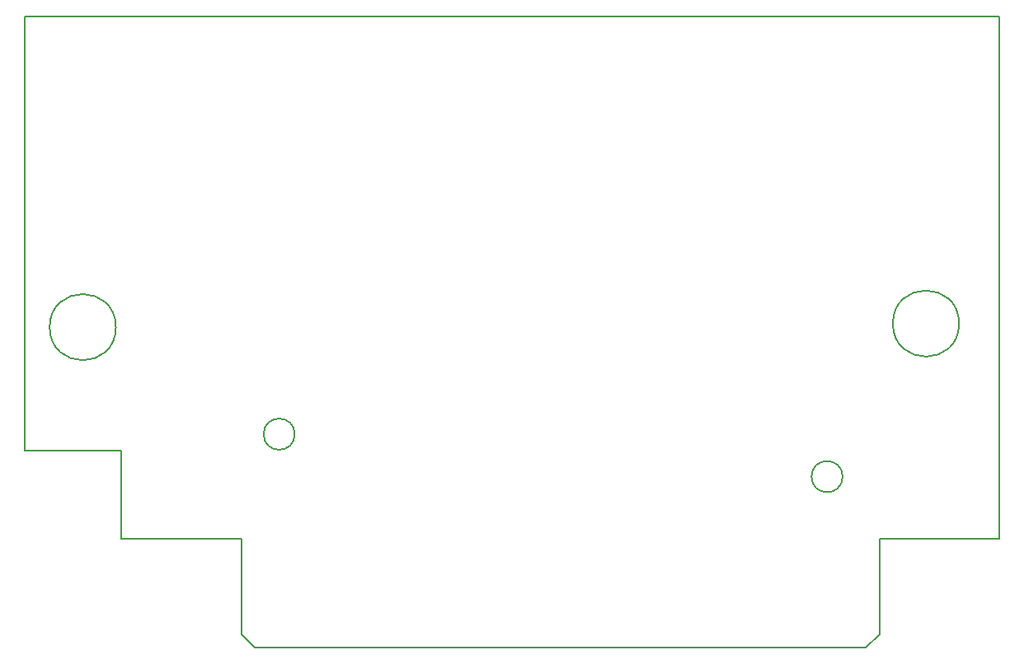
<source format=gbr>
%TF.GenerationSoftware,KiCad,Pcbnew,7.0.9*%
%TF.CreationDate,2024-02-03T08:46:51-03:00*%
%TF.ProjectId,HB3600-Cart,48423336-3030-42d4-9361-72742e6b6963,V1.0*%
%TF.SameCoordinates,Original*%
%TF.FileFunction,Profile,NP*%
%FSLAX46Y46*%
G04 Gerber Fmt 4.6, Leading zero omitted, Abs format (unit mm)*
G04 Created by KiCad (PCBNEW 7.0.9) date 2024-02-03 08:46:51*
%MOMM*%
%LPD*%
G01*
G04 APERTURE LIST*
%TA.AperFunction,Profile*%
%ADD10C,0.150000*%
%TD*%
G04 APERTURE END LIST*
D10*
X228140800Y-88589200D02*
X228140800Y-142259400D01*
X137410000Y-120491200D02*
G75*
G03*
X137410000Y-120491200I-3400000J0D01*
G01*
X215825400Y-142259400D02*
X228140800Y-142259400D01*
X150285400Y-152027400D02*
X150285400Y-142259400D01*
X223997000Y-120123000D02*
G75*
G03*
X223997000Y-120123000I-3400000J0D01*
G01*
X212040000Y-135851200D02*
G75*
G03*
X212040000Y-135851200I-1600000J0D01*
G01*
X150285400Y-142259400D02*
X137970800Y-142259400D01*
X150285400Y-152027400D02*
X151630800Y-153410000D01*
X137970800Y-142259400D02*
X137970800Y-133166200D01*
X128090200Y-133166200D02*
X137970800Y-133166200D01*
X215825400Y-142259400D02*
X215825400Y-152027400D01*
X155776000Y-131491200D02*
G75*
G03*
X155776000Y-131491200I-1600000J0D01*
G01*
X214451463Y-153410000D02*
X215825400Y-152027400D01*
X214451463Y-153410000D02*
X151630800Y-153410000D01*
X128090200Y-88589200D02*
X228140800Y-88589200D01*
X128090200Y-133166200D02*
X128090200Y-88589200D01*
M02*

</source>
